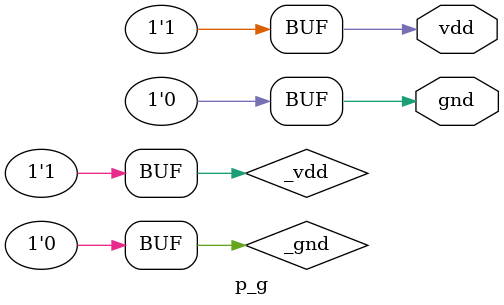
<source format=v>
module p_g (output vdd,
			output gnd);

	supply1 _vdd;
	supply0 _gnd;

	assign vdd = _vdd;
	assign gnd = _gnd;
  
endmodule
</source>
